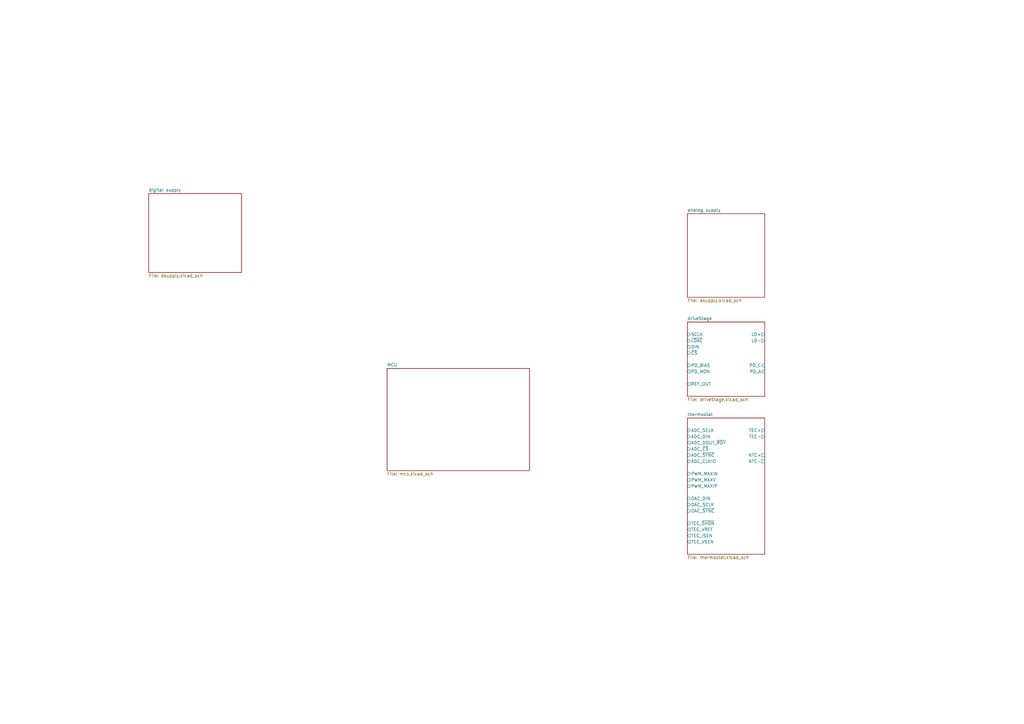
<source format=kicad_sch>
(kicad_sch (version 20211123) (generator eeschema)
  (paper "A3")
  (lib_symbols)
  (sheet (at 281.94 132.08) (size 31.75 30.48) (stroke (width 0.1524))
    (property "Sheet name" "driveStage" (at 281.94 131.3684 0) (effects (justify left bottom)))
    (property "Sheet file" "driveStage.kicad_sch" (at 281.94 163.1446 0) (effects (justify left top)))
    (pin "LD-" output (at 313.69 139.7 0))
    (pin "LD+" output (at 313.69 137.16 0))
    (pin "REF_OUT" output (at 281.94 157.48 180))
    (pin "SCLK" input (at 281.94 137.16 180))
    (pin "DIN" input (at 281.94 142.24 180))
    (pin "~{LDAC}" input (at 281.94 139.7 180))
    (pin "~{CS}" input (at 281.94 144.78 180))
    (pin "PD_A" input (at 313.69 152.4 0))
    (pin "PD_C" input (at 313.69 149.86 0))
    (pin "PD_BIAS" input (at 281.94 149.86 180))
    (pin "PD_MON" output (at 281.94 152.4 180))
  )
  (sheet (at 60.96 79.375) (size 38.1 32.385) (stroke (width 0.1524))
    (property "Sheet name" "digital supply" (at 60.96 78.6634 0) (effects (justify left bottom)))
    (property "Sheet file" "dsupply.kicad_sch" (at 60.96 112.3446 0) (effects (justify left top)))
  )
  (sheet (at 281.94 171.45) (size 31.75 55.88) (stroke (width 0.1524))
    (property "Sheet name" "thermostat" (at 281.94 170.7384 0) (effects (justify left bottom)))
    (property "Sheet file" "thermostat.kicad_sch" (at 281.94 227.9146 0) (effects (justify left top)))
    (pin "TEC-" output (at 313.69 179.07 0))
    (pin "TEC+" output (at 313.69 176.53 0))
    (pin "NTC-" passive (at 313.69 189.23 0))
    (pin "NTC+" passive (at 313.69 186.69 0))
    (pin "DAC_~{SYNC}" input (at 281.94 209.55 180))
    (pin "DAC_SCLK" input (at 281.94 207.01 180))
    (pin "DAC_DIN" input (at 281.94 204.47 180))
    (pin "PWM_MAXV" input (at 281.94 196.85 180))
    (pin "ADC_SCLK" input (at 281.94 176.53 180))
    (pin "ADC_DIN" input (at 281.94 179.07 180))
    (pin "ADC_DOUT_~{RDY}" output (at 281.94 181.61 180))
    (pin "ADC_~{CS}" input (at 281.94 184.15 180))
    (pin "ADC_~{SYNC}" input (at 281.94 186.69 180))
    (pin "ADC_CLKIO" bidirectional (at 281.94 189.23 180))
    (pin "PWM_MAXIN" input (at 281.94 194.31 180))
    (pin "PWM_MAXIP" input (at 281.94 199.39 180))
    (pin "TEC_~{SHDN}" input (at 281.94 214.63 180))
    (pin "TEC_ISEN" output (at 281.94 219.71 180))
    (pin "TEC_VREF" output (at 281.94 217.17 180))
    (pin "TEC_VSEN" output (at 281.94 222.25 180))
  )
  (sheet (at 281.94 87.63) (size 31.75 34.29) (stroke (width 0.1524))
    (property "Sheet name" "analog supply" (at 281.94 86.9184 0) (effects (justify left bottom)))
    (property "Sheet file" "asupply.kicad_sch" (at 281.94 122.5046 0) (effects (justify left top)))
  )
  (sheet (at 158.75 151.13) (size 58.42 41.91) (stroke (width 0.1524))
    (property "Sheet name" "MCU" (at 158.75 150.4184 0) (effects (justify left bottom)))
    (property "Sheet file" "mcu.kicad_sch" (at 158.75 193.6246 0) (effects (justify left top)))
  )
)
</source>
